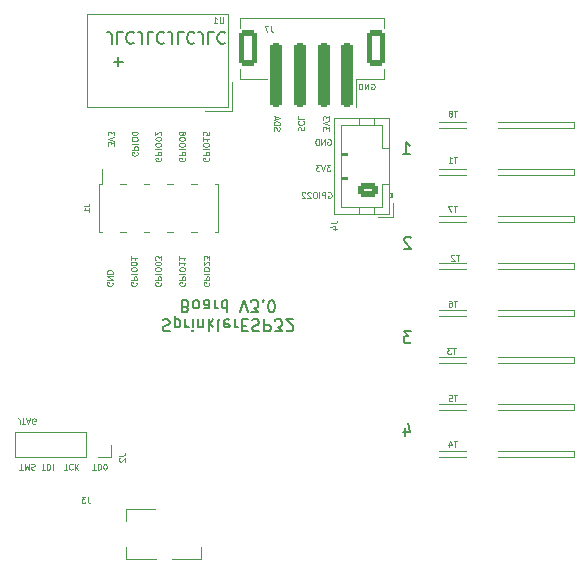
<source format=gbo>
G04 #@! TF.GenerationSoftware,KiCad,Pcbnew,(6.0.10)*
G04 #@! TF.CreationDate,2023-07-07T16:54:03+02:00*
G04 #@! TF.ProjectId,SprinklerBoardESP32V3,53707269-6e6b-46c6-9572-426f61726445,rev?*
G04 #@! TF.SameCoordinates,Original*
G04 #@! TF.FileFunction,Legend,Bot*
G04 #@! TF.FilePolarity,Positive*
%FSLAX46Y46*%
G04 Gerber Fmt 4.6, Leading zero omitted, Abs format (unit mm)*
G04 Created by KiCad (PCBNEW (6.0.10)) date 2023-07-07 16:54:03*
%MOMM*%
%LPD*%
G01*
G04 APERTURE LIST*
G04 Aperture macros list*
%AMRoundRect*
0 Rectangle with rounded corners*
0 $1 Rounding radius*
0 $2 $3 $4 $5 $6 $7 $8 $9 X,Y pos of 4 corners*
0 Add a 4 corners polygon primitive as box body*
4,1,4,$2,$3,$4,$5,$6,$7,$8,$9,$2,$3,0*
0 Add four circle primitives for the rounded corners*
1,1,$1+$1,$2,$3*
1,1,$1+$1,$4,$5*
1,1,$1+$1,$6,$7*
1,1,$1+$1,$8,$9*
0 Add four rect primitives between the rounded corners*
20,1,$1+$1,$2,$3,$4,$5,0*
20,1,$1+$1,$4,$5,$6,$7,0*
20,1,$1+$1,$6,$7,$8,$9,0*
20,1,$1+$1,$8,$9,$2,$3,0*%
G04 Aperture macros list end*
%ADD10C,0.125000*%
%ADD11C,0.150000*%
%ADD12C,0.100000*%
%ADD13C,0.120000*%
%ADD14C,0.800000*%
%ADD15C,6.400000*%
%ADD16O,1.700000X1.700000*%
%ADD17R,1.700000X1.700000*%
%ADD18RoundRect,0.250000X0.250000X2.500000X-0.250000X2.500000X-0.250000X-2.500000X0.250000X-2.500000X0*%
%ADD19RoundRect,0.250000X0.550000X1.250000X-0.550000X1.250000X-0.550000X-1.250000X0.550000X-1.250000X0*%
%ADD20C,1.950000*%
%ADD21C,1.700000*%
%ADD22RoundRect,0.250000X0.625000X-0.350000X0.625000X0.350000X-0.625000X0.350000X-0.625000X-0.350000X0*%
%ADD23O,1.750000X1.200000*%
%ADD24R,1.000000X2.580000*%
%ADD25R,1.500000X2.500000*%
%ADD26O,1.500000X2.500000*%
%ADD27R,1.350000X1.350000*%
%ADD28O,1.350000X1.350000*%
G04 APERTURE END LIST*
D10*
X73316666Y-117923809D02*
X73316666Y-117566666D01*
X73292857Y-117495238D01*
X73245238Y-117447619D01*
X73173809Y-117423809D01*
X73126190Y-117423809D01*
X73483333Y-117923809D02*
X73769047Y-117923809D01*
X73626190Y-117423809D02*
X73626190Y-117923809D01*
X73911904Y-117566666D02*
X74150000Y-117566666D01*
X73864285Y-117423809D02*
X74030952Y-117923809D01*
X74197619Y-117423809D01*
X74626190Y-117900000D02*
X74578571Y-117923809D01*
X74507142Y-117923809D01*
X74435714Y-117900000D01*
X74388095Y-117852380D01*
X74364285Y-117804761D01*
X74340476Y-117709523D01*
X74340476Y-117638095D01*
X74364285Y-117542857D01*
X74388095Y-117495238D01*
X74435714Y-117447619D01*
X74507142Y-117423809D01*
X74554761Y-117423809D01*
X74626190Y-117447619D01*
X74650000Y-117471428D01*
X74650000Y-117638095D01*
X74554761Y-117638095D01*
X79469047Y-121773809D02*
X79754761Y-121773809D01*
X79611904Y-121273809D02*
X79611904Y-121773809D01*
X79921428Y-121273809D02*
X79921428Y-121773809D01*
X80040476Y-121773809D01*
X80111904Y-121750000D01*
X80159523Y-121702380D01*
X80183333Y-121654761D01*
X80207142Y-121559523D01*
X80207142Y-121488095D01*
X80183333Y-121392857D01*
X80159523Y-121345238D01*
X80111904Y-121297619D01*
X80040476Y-121273809D01*
X79921428Y-121273809D01*
X80516666Y-121773809D02*
X80564285Y-121773809D01*
X80611904Y-121750000D01*
X80635714Y-121726190D01*
X80659523Y-121678571D01*
X80683333Y-121583333D01*
X80683333Y-121464285D01*
X80659523Y-121369047D01*
X80635714Y-121321428D01*
X80611904Y-121297619D01*
X80564285Y-121273809D01*
X80516666Y-121273809D01*
X80469047Y-121297619D01*
X80445238Y-121321428D01*
X80421428Y-121369047D01*
X80397619Y-121464285D01*
X80397619Y-121583333D01*
X80421428Y-121678571D01*
X80445238Y-121726190D01*
X80469047Y-121750000D01*
X80516666Y-121773809D01*
X77049998Y-121773809D02*
X77335713Y-121773809D01*
X77192856Y-121273809D02*
X77192856Y-121773809D01*
X77788094Y-121321428D02*
X77764284Y-121297619D01*
X77692856Y-121273809D01*
X77645236Y-121273809D01*
X77573808Y-121297619D01*
X77526189Y-121345238D01*
X77502379Y-121392857D01*
X77478570Y-121488095D01*
X77478570Y-121559523D01*
X77502379Y-121654761D01*
X77526189Y-121702380D01*
X77573808Y-121750000D01*
X77645236Y-121773809D01*
X77692856Y-121773809D01*
X77764284Y-121750000D01*
X77788094Y-121726190D01*
X78002379Y-121273809D02*
X78002379Y-121773809D01*
X78288094Y-121273809D02*
X78073808Y-121559523D01*
X78288094Y-121773809D02*
X78002379Y-121488095D01*
X75178570Y-121773809D02*
X75464284Y-121773809D01*
X75321427Y-121273809D02*
X75321427Y-121773809D01*
X75630951Y-121273809D02*
X75630951Y-121773809D01*
X75749998Y-121773809D01*
X75821427Y-121750000D01*
X75869046Y-121702380D01*
X75892855Y-121654761D01*
X75916665Y-121559523D01*
X75916665Y-121488095D01*
X75892855Y-121392857D01*
X75869046Y-121345238D01*
X75821427Y-121297619D01*
X75749998Y-121273809D01*
X75630951Y-121273809D01*
X76130951Y-121273809D02*
X76130951Y-121773809D01*
X73283333Y-121773809D02*
X73569047Y-121773809D01*
X73426190Y-121273809D02*
X73426190Y-121773809D01*
X73735714Y-121273809D02*
X73735714Y-121773809D01*
X73902380Y-121416666D01*
X74069047Y-121773809D01*
X74069047Y-121273809D01*
X74283333Y-121297619D02*
X74354761Y-121273809D01*
X74473809Y-121273809D01*
X74521428Y-121297619D01*
X74545238Y-121321428D01*
X74569047Y-121369047D01*
X74569047Y-121416666D01*
X74545238Y-121464285D01*
X74521428Y-121488095D01*
X74473809Y-121511904D01*
X74378571Y-121535714D01*
X74330952Y-121559523D01*
X74307142Y-121583333D01*
X74283333Y-121630952D01*
X74283333Y-121678571D01*
X74307142Y-121726190D01*
X74330952Y-121750000D01*
X74378571Y-121773809D01*
X74497619Y-121773809D01*
X74569047Y-121750000D01*
X81150000Y-105926190D02*
X81173809Y-105973809D01*
X81173809Y-106045238D01*
X81150000Y-106116666D01*
X81102380Y-106164285D01*
X81054761Y-106188095D01*
X80959523Y-106211904D01*
X80888095Y-106211904D01*
X80792857Y-106188095D01*
X80745238Y-106164285D01*
X80697619Y-106116666D01*
X80673809Y-106045238D01*
X80673809Y-105997618D01*
X80697619Y-105926190D01*
X80721428Y-105902380D01*
X80888095Y-105902380D01*
X80888095Y-105997618D01*
X80673809Y-105688095D02*
X81173809Y-105688095D01*
X80673809Y-105402380D01*
X81173809Y-105402380D01*
X80673809Y-105164285D02*
X81173809Y-105164285D01*
X81173809Y-105045238D01*
X81150000Y-104973809D01*
X81102380Y-104926190D01*
X81054761Y-104902380D01*
X80959523Y-104878571D01*
X80888095Y-104878571D01*
X80792857Y-104902380D01*
X80745238Y-104926190D01*
X80697619Y-104973809D01*
X80673809Y-105045238D01*
X80673809Y-105164285D01*
X81273809Y-94352380D02*
X81273809Y-94042856D01*
X81083333Y-94209523D01*
X81083333Y-94138094D01*
X81059523Y-94090475D01*
X81035714Y-94066666D01*
X80988095Y-94042856D01*
X80869047Y-94042856D01*
X80821428Y-94066666D01*
X80797619Y-94090475D01*
X80773809Y-94138094D01*
X80773809Y-94280952D01*
X80797619Y-94328571D01*
X80821428Y-94352380D01*
X81273809Y-93899999D02*
X80773809Y-93733333D01*
X81273809Y-93566666D01*
X81273809Y-93447618D02*
X81273809Y-93138094D01*
X81083333Y-93304761D01*
X81083333Y-93233333D01*
X81059523Y-93185713D01*
X81035714Y-93161904D01*
X80988095Y-93138094D01*
X80869047Y-93138094D01*
X80821428Y-93161904D01*
X80797619Y-93185713D01*
X80773809Y-93233333D01*
X80773809Y-93376190D01*
X80797619Y-93423809D01*
X80821428Y-93447618D01*
X83262500Y-94899999D02*
X83286309Y-94947618D01*
X83286309Y-95019046D01*
X83262500Y-95090475D01*
X83214880Y-95138094D01*
X83167261Y-95161904D01*
X83072023Y-95185713D01*
X83000595Y-95185713D01*
X82905357Y-95161904D01*
X82857738Y-95138094D01*
X82810119Y-95090475D01*
X82786309Y-95019046D01*
X82786309Y-94971427D01*
X82810119Y-94899999D01*
X82833928Y-94876189D01*
X83000595Y-94876189D01*
X83000595Y-94971427D01*
X82786309Y-94661904D02*
X83286309Y-94661904D01*
X83286309Y-94471427D01*
X83262500Y-94423808D01*
X83238690Y-94399999D01*
X83191071Y-94376189D01*
X83119642Y-94376189D01*
X83072023Y-94399999D01*
X83048214Y-94423808D01*
X83024404Y-94471427D01*
X83024404Y-94661904D01*
X82786309Y-94161904D02*
X83286309Y-94161904D01*
X83286309Y-93828570D02*
X83286309Y-93733332D01*
X83262500Y-93685713D01*
X83214880Y-93638094D01*
X83119642Y-93614284D01*
X82952976Y-93614284D01*
X82857738Y-93638094D01*
X82810119Y-93685713D01*
X82786309Y-93733332D01*
X82786309Y-93828570D01*
X82810119Y-93876189D01*
X82857738Y-93923808D01*
X82952976Y-93947618D01*
X83119642Y-93947618D01*
X83214880Y-93923808D01*
X83262500Y-93876189D01*
X83286309Y-93828570D01*
X83286309Y-93304761D02*
X83286309Y-93257142D01*
X83262500Y-93209523D01*
X83238690Y-93185713D01*
X83191071Y-93161904D01*
X83095833Y-93138094D01*
X82976785Y-93138094D01*
X82881547Y-93161904D01*
X82833928Y-93185713D01*
X82810119Y-93209523D01*
X82786309Y-93257142D01*
X82786309Y-93304761D01*
X82810119Y-93352380D01*
X82833928Y-93376189D01*
X82881547Y-93399999D01*
X82976785Y-93423808D01*
X83095833Y-93423808D01*
X83191071Y-93399999D01*
X83238690Y-93376189D01*
X83262500Y-93352380D01*
X83286309Y-93304761D01*
X85275000Y-95376190D02*
X85298809Y-95423809D01*
X85298809Y-95495238D01*
X85275000Y-95566666D01*
X85227380Y-95614285D01*
X85179761Y-95638095D01*
X85084523Y-95661904D01*
X85013095Y-95661904D01*
X84917857Y-95638095D01*
X84870238Y-95614285D01*
X84822619Y-95566666D01*
X84798809Y-95495238D01*
X84798809Y-95447619D01*
X84822619Y-95376190D01*
X84846428Y-95352380D01*
X85013095Y-95352380D01*
X85013095Y-95447619D01*
X84798809Y-95138095D02*
X85298809Y-95138095D01*
X85298809Y-94947619D01*
X85275000Y-94900000D01*
X85251190Y-94876190D01*
X85203571Y-94852380D01*
X85132142Y-94852380D01*
X85084523Y-94876190D01*
X85060714Y-94900000D01*
X85036904Y-94947619D01*
X85036904Y-95138095D01*
X84798809Y-94638095D02*
X85298809Y-94638095D01*
X85298809Y-94304761D02*
X85298809Y-94209523D01*
X85275000Y-94161904D01*
X85227380Y-94114285D01*
X85132142Y-94090476D01*
X84965476Y-94090476D01*
X84870238Y-94114285D01*
X84822619Y-94161904D01*
X84798809Y-94209523D01*
X84798809Y-94304761D01*
X84822619Y-94352380D01*
X84870238Y-94400000D01*
X84965476Y-94423809D01*
X85132142Y-94423809D01*
X85227380Y-94400000D01*
X85275000Y-94352380D01*
X85298809Y-94304761D01*
X85298809Y-93780952D02*
X85298809Y-93733333D01*
X85275000Y-93685714D01*
X85251190Y-93661904D01*
X85203571Y-93638095D01*
X85108333Y-93614285D01*
X84989285Y-93614285D01*
X84894047Y-93638095D01*
X84846428Y-93661904D01*
X84822619Y-93685714D01*
X84798809Y-93733333D01*
X84798809Y-93780952D01*
X84822619Y-93828571D01*
X84846428Y-93852380D01*
X84894047Y-93876190D01*
X84989285Y-93900000D01*
X85108333Y-93900000D01*
X85203571Y-93876190D01*
X85251190Y-93852380D01*
X85275000Y-93828571D01*
X85298809Y-93780952D01*
X85251190Y-93423809D02*
X85275000Y-93400000D01*
X85298809Y-93352380D01*
X85298809Y-93233333D01*
X85275000Y-93185714D01*
X85251190Y-93161904D01*
X85203571Y-93138095D01*
X85155952Y-93138095D01*
X85084523Y-93161904D01*
X84798809Y-93447619D01*
X84798809Y-93138095D01*
X87287500Y-95376190D02*
X87311309Y-95423809D01*
X87311309Y-95495238D01*
X87287500Y-95566666D01*
X87239880Y-95614285D01*
X87192261Y-95638095D01*
X87097023Y-95661904D01*
X87025595Y-95661904D01*
X86930357Y-95638095D01*
X86882738Y-95614285D01*
X86835119Y-95566666D01*
X86811309Y-95495238D01*
X86811309Y-95447619D01*
X86835119Y-95376190D01*
X86858928Y-95352380D01*
X87025595Y-95352380D01*
X87025595Y-95447619D01*
X86811309Y-95138095D02*
X87311309Y-95138095D01*
X87311309Y-94947619D01*
X87287500Y-94900000D01*
X87263690Y-94876190D01*
X87216071Y-94852380D01*
X87144642Y-94852380D01*
X87097023Y-94876190D01*
X87073214Y-94900000D01*
X87049404Y-94947619D01*
X87049404Y-95138095D01*
X86811309Y-94638095D02*
X87311309Y-94638095D01*
X87311309Y-94304761D02*
X87311309Y-94209523D01*
X87287500Y-94161904D01*
X87239880Y-94114285D01*
X87144642Y-94090476D01*
X86977976Y-94090476D01*
X86882738Y-94114285D01*
X86835119Y-94161904D01*
X86811309Y-94209523D01*
X86811309Y-94304761D01*
X86835119Y-94352380D01*
X86882738Y-94400000D01*
X86977976Y-94423809D01*
X87144642Y-94423809D01*
X87239880Y-94400000D01*
X87287500Y-94352380D01*
X87311309Y-94304761D01*
X87311309Y-93780952D02*
X87311309Y-93733333D01*
X87287500Y-93685714D01*
X87263690Y-93661904D01*
X87216071Y-93638095D01*
X87120833Y-93614285D01*
X87001785Y-93614285D01*
X86906547Y-93638095D01*
X86858928Y-93661904D01*
X86835119Y-93685714D01*
X86811309Y-93733333D01*
X86811309Y-93780952D01*
X86835119Y-93828571D01*
X86858928Y-93852380D01*
X86906547Y-93876190D01*
X87001785Y-93900000D01*
X87120833Y-93900000D01*
X87216071Y-93876190D01*
X87263690Y-93852380D01*
X87287500Y-93828571D01*
X87311309Y-93780952D01*
X87097023Y-93328571D02*
X87120833Y-93376190D01*
X87144642Y-93400000D01*
X87192261Y-93423809D01*
X87216071Y-93423809D01*
X87263690Y-93400000D01*
X87287500Y-93376190D01*
X87311309Y-93328571D01*
X87311309Y-93233333D01*
X87287500Y-93185714D01*
X87263690Y-93161904D01*
X87216071Y-93138095D01*
X87192261Y-93138095D01*
X87144642Y-93161904D01*
X87120833Y-93185714D01*
X87097023Y-93233333D01*
X87097023Y-93328571D01*
X87073214Y-93376190D01*
X87049404Y-93400000D01*
X87001785Y-93423809D01*
X86906547Y-93423809D01*
X86858928Y-93400000D01*
X86835119Y-93376190D01*
X86811309Y-93328571D01*
X86811309Y-93233333D01*
X86835119Y-93185714D01*
X86858928Y-93161904D01*
X86906547Y-93138095D01*
X87001785Y-93138095D01*
X87049404Y-93161904D01*
X87073214Y-93185714D01*
X87097023Y-93233333D01*
X89300000Y-95376190D02*
X89323809Y-95423809D01*
X89323809Y-95495238D01*
X89300000Y-95566666D01*
X89252380Y-95614285D01*
X89204761Y-95638095D01*
X89109523Y-95661904D01*
X89038095Y-95661904D01*
X88942857Y-95638095D01*
X88895238Y-95614285D01*
X88847619Y-95566666D01*
X88823809Y-95495238D01*
X88823809Y-95447619D01*
X88847619Y-95376190D01*
X88871428Y-95352380D01*
X89038095Y-95352380D01*
X89038095Y-95447619D01*
X88823809Y-95138095D02*
X89323809Y-95138095D01*
X89323809Y-94947619D01*
X89300000Y-94900000D01*
X89276190Y-94876190D01*
X89228571Y-94852380D01*
X89157142Y-94852380D01*
X89109523Y-94876190D01*
X89085714Y-94900000D01*
X89061904Y-94947619D01*
X89061904Y-95138095D01*
X88823809Y-94638095D02*
X89323809Y-94638095D01*
X89323809Y-94304761D02*
X89323809Y-94209523D01*
X89300000Y-94161904D01*
X89252380Y-94114285D01*
X89157142Y-94090476D01*
X88990476Y-94090476D01*
X88895238Y-94114285D01*
X88847619Y-94161904D01*
X88823809Y-94209523D01*
X88823809Y-94304761D01*
X88847619Y-94352380D01*
X88895238Y-94400000D01*
X88990476Y-94423809D01*
X89157142Y-94423809D01*
X89252380Y-94400000D01*
X89300000Y-94352380D01*
X89323809Y-94304761D01*
X88823809Y-93614285D02*
X88823809Y-93900000D01*
X88823809Y-93757142D02*
X89323809Y-93757142D01*
X89252380Y-93804761D01*
X89204761Y-93852380D01*
X89180952Y-93900000D01*
X89323809Y-93161904D02*
X89323809Y-93400000D01*
X89085714Y-93423809D01*
X89109523Y-93400000D01*
X89133333Y-93352380D01*
X89133333Y-93233333D01*
X89109523Y-93185714D01*
X89085714Y-93161904D01*
X89038095Y-93138095D01*
X88919047Y-93138095D01*
X88871428Y-93161904D01*
X88847619Y-93185714D01*
X88823809Y-93233333D01*
X88823809Y-93352380D01*
X88847619Y-93400000D01*
X88871428Y-93423809D01*
X89350000Y-105926190D02*
X89373809Y-105973809D01*
X89373809Y-106045238D01*
X89350000Y-106116666D01*
X89302380Y-106164285D01*
X89254761Y-106188095D01*
X89159523Y-106211904D01*
X89088095Y-106211904D01*
X88992857Y-106188095D01*
X88945238Y-106164285D01*
X88897619Y-106116666D01*
X88873809Y-106045238D01*
X88873809Y-105997619D01*
X88897619Y-105926190D01*
X88921428Y-105902380D01*
X89088095Y-105902380D01*
X89088095Y-105997619D01*
X88873809Y-105688095D02*
X89373809Y-105688095D01*
X89373809Y-105497619D01*
X89350000Y-105450000D01*
X89326190Y-105426190D01*
X89278571Y-105402380D01*
X89207142Y-105402380D01*
X89159523Y-105426190D01*
X89135714Y-105450000D01*
X89111904Y-105497619D01*
X89111904Y-105688095D01*
X88873809Y-105188095D02*
X89373809Y-105188095D01*
X89373809Y-104854761D02*
X89373809Y-104759523D01*
X89350000Y-104711904D01*
X89302380Y-104664285D01*
X89207142Y-104640476D01*
X89040476Y-104640476D01*
X88945238Y-104664285D01*
X88897619Y-104711904D01*
X88873809Y-104759523D01*
X88873809Y-104854761D01*
X88897619Y-104902380D01*
X88945238Y-104950000D01*
X89040476Y-104973809D01*
X89207142Y-104973809D01*
X89302380Y-104950000D01*
X89350000Y-104902380D01*
X89373809Y-104854761D01*
X89326190Y-104450000D02*
X89350000Y-104426190D01*
X89373809Y-104378571D01*
X89373809Y-104259523D01*
X89350000Y-104211904D01*
X89326190Y-104188095D01*
X89278571Y-104164285D01*
X89230952Y-104164285D01*
X89159523Y-104188095D01*
X88873809Y-104473809D01*
X88873809Y-104164285D01*
X89373809Y-103997619D02*
X89373809Y-103688095D01*
X89183333Y-103854761D01*
X89183333Y-103783333D01*
X89159523Y-103735714D01*
X89135714Y-103711904D01*
X89088095Y-103688095D01*
X88969047Y-103688095D01*
X88921428Y-103711904D01*
X88897619Y-103735714D01*
X88873809Y-103783333D01*
X88873809Y-103926190D01*
X88897619Y-103973809D01*
X88921428Y-103997619D01*
X87300000Y-105926190D02*
X87323809Y-105973809D01*
X87323809Y-106045238D01*
X87300000Y-106116666D01*
X87252380Y-106164285D01*
X87204761Y-106188095D01*
X87109523Y-106211904D01*
X87038095Y-106211904D01*
X86942857Y-106188095D01*
X86895238Y-106164285D01*
X86847619Y-106116666D01*
X86823809Y-106045238D01*
X86823809Y-105997619D01*
X86847619Y-105926190D01*
X86871428Y-105902380D01*
X87038095Y-105902380D01*
X87038095Y-105997619D01*
X86823809Y-105688095D02*
X87323809Y-105688095D01*
X87323809Y-105497619D01*
X87300000Y-105450000D01*
X87276190Y-105426190D01*
X87228571Y-105402380D01*
X87157142Y-105402380D01*
X87109523Y-105426190D01*
X87085714Y-105450000D01*
X87061904Y-105497619D01*
X87061904Y-105688095D01*
X86823809Y-105188095D02*
X87323809Y-105188095D01*
X87323809Y-104854761D02*
X87323809Y-104759523D01*
X87300000Y-104711904D01*
X87252380Y-104664285D01*
X87157142Y-104640476D01*
X86990476Y-104640476D01*
X86895238Y-104664285D01*
X86847619Y-104711904D01*
X86823809Y-104759523D01*
X86823809Y-104854761D01*
X86847619Y-104902380D01*
X86895238Y-104950000D01*
X86990476Y-104973809D01*
X87157142Y-104973809D01*
X87252380Y-104950000D01*
X87300000Y-104902380D01*
X87323809Y-104854761D01*
X86823809Y-104164285D02*
X86823809Y-104450000D01*
X86823809Y-104307142D02*
X87323809Y-104307142D01*
X87252380Y-104354761D01*
X87204761Y-104402380D01*
X87180952Y-104450000D01*
X86823809Y-103688095D02*
X86823809Y-103973809D01*
X86823809Y-103830952D02*
X87323809Y-103830952D01*
X87252380Y-103878571D01*
X87204761Y-103926190D01*
X87180952Y-103973809D01*
X85250000Y-105926190D02*
X85273809Y-105973809D01*
X85273809Y-106045238D01*
X85250000Y-106116666D01*
X85202380Y-106164285D01*
X85154761Y-106188095D01*
X85059523Y-106211904D01*
X84988095Y-106211904D01*
X84892857Y-106188095D01*
X84845238Y-106164285D01*
X84797619Y-106116666D01*
X84773809Y-106045238D01*
X84773809Y-105997619D01*
X84797619Y-105926190D01*
X84821428Y-105902380D01*
X84988095Y-105902380D01*
X84988095Y-105997619D01*
X84773809Y-105688095D02*
X85273809Y-105688095D01*
X85273809Y-105497619D01*
X85250000Y-105450000D01*
X85226190Y-105426190D01*
X85178571Y-105402380D01*
X85107142Y-105402380D01*
X85059523Y-105426190D01*
X85035714Y-105450000D01*
X85011904Y-105497619D01*
X85011904Y-105688095D01*
X84773809Y-105188095D02*
X85273809Y-105188095D01*
X85273809Y-104854761D02*
X85273809Y-104759523D01*
X85250000Y-104711904D01*
X85202380Y-104664285D01*
X85107142Y-104640476D01*
X84940476Y-104640476D01*
X84845238Y-104664285D01*
X84797619Y-104711904D01*
X84773809Y-104759523D01*
X84773809Y-104854761D01*
X84797619Y-104902380D01*
X84845238Y-104950000D01*
X84940476Y-104973809D01*
X85107142Y-104973809D01*
X85202380Y-104950000D01*
X85250000Y-104902380D01*
X85273809Y-104854761D01*
X85273809Y-104330952D02*
X85273809Y-104283333D01*
X85250000Y-104235714D01*
X85226190Y-104211904D01*
X85178571Y-104188095D01*
X85083333Y-104164285D01*
X84964285Y-104164285D01*
X84869047Y-104188095D01*
X84821428Y-104211904D01*
X84797619Y-104235714D01*
X84773809Y-104283333D01*
X84773809Y-104330952D01*
X84797619Y-104378571D01*
X84821428Y-104402380D01*
X84869047Y-104426190D01*
X84964285Y-104450000D01*
X85083333Y-104450000D01*
X85178571Y-104426190D01*
X85226190Y-104402380D01*
X85250000Y-104378571D01*
X85273809Y-104330952D01*
X85273809Y-103997619D02*
X85273809Y-103688095D01*
X85083333Y-103854761D01*
X85083333Y-103783333D01*
X85059523Y-103735714D01*
X85035714Y-103711904D01*
X84988095Y-103688095D01*
X84869047Y-103688095D01*
X84821428Y-103711904D01*
X84797619Y-103735714D01*
X84773809Y-103783333D01*
X84773809Y-103926190D01*
X84797619Y-103973809D01*
X84821428Y-103997619D01*
X83200000Y-105926190D02*
X83223809Y-105973809D01*
X83223809Y-106045238D01*
X83200000Y-106116666D01*
X83152380Y-106164285D01*
X83104761Y-106188095D01*
X83009523Y-106211904D01*
X82938095Y-106211904D01*
X82842857Y-106188095D01*
X82795238Y-106164285D01*
X82747619Y-106116666D01*
X82723809Y-106045238D01*
X82723809Y-105997619D01*
X82747619Y-105926190D01*
X82771428Y-105902380D01*
X82938095Y-105902380D01*
X82938095Y-105997619D01*
X82723809Y-105688095D02*
X83223809Y-105688095D01*
X83223809Y-105497619D01*
X83200000Y-105450000D01*
X83176190Y-105426190D01*
X83128571Y-105402380D01*
X83057142Y-105402380D01*
X83009523Y-105426190D01*
X82985714Y-105450000D01*
X82961904Y-105497619D01*
X82961904Y-105688095D01*
X82723809Y-105188095D02*
X83223809Y-105188095D01*
X83223809Y-104854761D02*
X83223809Y-104759523D01*
X83200000Y-104711904D01*
X83152380Y-104664285D01*
X83057142Y-104640476D01*
X82890476Y-104640476D01*
X82795238Y-104664285D01*
X82747619Y-104711904D01*
X82723809Y-104759523D01*
X82723809Y-104854761D01*
X82747619Y-104902380D01*
X82795238Y-104950000D01*
X82890476Y-104973809D01*
X83057142Y-104973809D01*
X83152380Y-104950000D01*
X83200000Y-104902380D01*
X83223809Y-104854761D01*
X83223809Y-104330952D02*
X83223809Y-104283333D01*
X83200000Y-104235714D01*
X83176190Y-104211904D01*
X83128571Y-104188095D01*
X83033333Y-104164285D01*
X82914285Y-104164285D01*
X82819047Y-104188095D01*
X82771428Y-104211904D01*
X82747619Y-104235714D01*
X82723809Y-104283333D01*
X82723809Y-104330952D01*
X82747619Y-104378571D01*
X82771428Y-104402380D01*
X82819047Y-104426190D01*
X82914285Y-104450000D01*
X83033333Y-104450000D01*
X83128571Y-104426190D01*
X83176190Y-104402380D01*
X83200000Y-104378571D01*
X83223809Y-104330952D01*
X82723809Y-103688095D02*
X82723809Y-103973809D01*
X82723809Y-103830952D02*
X83223809Y-103830952D01*
X83152380Y-103878571D01*
X83104761Y-103926190D01*
X83080952Y-103973809D01*
X99426190Y-98300000D02*
X99473809Y-98276190D01*
X99545238Y-98276190D01*
X99616666Y-98300000D01*
X99664285Y-98347619D01*
X99688095Y-98395238D01*
X99711904Y-98490476D01*
X99711904Y-98561904D01*
X99688095Y-98657142D01*
X99664285Y-98704761D01*
X99616666Y-98752380D01*
X99545238Y-98776190D01*
X99497619Y-98776190D01*
X99426190Y-98752380D01*
X99402380Y-98728571D01*
X99402380Y-98561904D01*
X99497619Y-98561904D01*
X99188095Y-98776190D02*
X99188095Y-98276190D01*
X98997619Y-98276190D01*
X98950000Y-98300000D01*
X98926190Y-98323809D01*
X98902380Y-98371428D01*
X98902380Y-98442857D01*
X98926190Y-98490476D01*
X98950000Y-98514285D01*
X98997619Y-98538095D01*
X99188095Y-98538095D01*
X98688095Y-98776190D02*
X98688095Y-98276190D01*
X98354761Y-98276190D02*
X98259523Y-98276190D01*
X98211904Y-98300000D01*
X98164285Y-98347619D01*
X98140476Y-98442857D01*
X98140476Y-98609523D01*
X98164285Y-98704761D01*
X98211904Y-98752380D01*
X98259523Y-98776190D01*
X98354761Y-98776190D01*
X98402380Y-98752380D01*
X98450000Y-98704761D01*
X98473809Y-98609523D01*
X98473809Y-98442857D01*
X98450000Y-98347619D01*
X98402380Y-98300000D01*
X98354761Y-98276190D01*
X97950000Y-98323809D02*
X97926190Y-98300000D01*
X97878571Y-98276190D01*
X97759523Y-98276190D01*
X97711904Y-98300000D01*
X97688095Y-98323809D01*
X97664285Y-98371428D01*
X97664285Y-98419047D01*
X97688095Y-98490476D01*
X97973809Y-98776190D01*
X97664285Y-98776190D01*
X97473809Y-98323809D02*
X97450000Y-98300000D01*
X97402380Y-98276190D01*
X97283333Y-98276190D01*
X97235714Y-98300000D01*
X97211904Y-98323809D01*
X97188095Y-98371428D01*
X97188095Y-98419047D01*
X97211904Y-98490476D01*
X97497619Y-98776190D01*
X97188095Y-98776190D01*
X99380952Y-93800000D02*
X99428571Y-93776190D01*
X99500000Y-93776190D01*
X99571428Y-93800000D01*
X99619047Y-93847619D01*
X99642857Y-93895238D01*
X99666666Y-93990476D01*
X99666666Y-94061904D01*
X99642857Y-94157142D01*
X99619047Y-94204761D01*
X99571428Y-94252380D01*
X99500000Y-94276190D01*
X99452380Y-94276190D01*
X99380952Y-94252380D01*
X99357142Y-94228571D01*
X99357142Y-94061904D01*
X99452380Y-94061904D01*
X99142857Y-94276190D02*
X99142857Y-93776190D01*
X98857142Y-94276190D01*
X98857142Y-93776190D01*
X98619047Y-94276190D02*
X98619047Y-93776190D01*
X98500000Y-93776190D01*
X98428571Y-93800000D01*
X98380952Y-93847619D01*
X98357142Y-93895238D01*
X98333333Y-93990476D01*
X98333333Y-94061904D01*
X98357142Y-94157142D01*
X98380952Y-94204761D01*
X98428571Y-94252380D01*
X98500000Y-94276190D01*
X98619047Y-94276190D01*
X99619047Y-95976190D02*
X99309523Y-95976190D01*
X99476190Y-96166666D01*
X99404761Y-96166666D01*
X99357142Y-96190476D01*
X99333333Y-96214285D01*
X99309523Y-96261904D01*
X99309523Y-96380952D01*
X99333333Y-96428571D01*
X99357142Y-96452380D01*
X99404761Y-96476190D01*
X99547619Y-96476190D01*
X99595238Y-96452380D01*
X99619047Y-96428571D01*
X99166666Y-95976190D02*
X99000000Y-96476190D01*
X98833333Y-95976190D01*
X98714285Y-95976190D02*
X98404761Y-95976190D01*
X98571428Y-96166666D01*
X98500000Y-96166666D01*
X98452380Y-96190476D01*
X98428571Y-96214285D01*
X98404761Y-96261904D01*
X98404761Y-96380952D01*
X98428571Y-96428571D01*
X98452380Y-96452380D01*
X98500000Y-96476190D01*
X98642857Y-96476190D01*
X98690476Y-96452380D01*
X98714285Y-96428571D01*
X103080952Y-89100000D02*
X103128571Y-89076190D01*
X103200000Y-89076190D01*
X103271428Y-89100000D01*
X103319047Y-89147619D01*
X103342857Y-89195238D01*
X103366666Y-89290476D01*
X103366666Y-89361904D01*
X103342857Y-89457142D01*
X103319047Y-89504761D01*
X103271428Y-89552380D01*
X103200000Y-89576190D01*
X103152380Y-89576190D01*
X103080952Y-89552380D01*
X103057142Y-89528571D01*
X103057142Y-89361904D01*
X103152380Y-89361904D01*
X102842857Y-89576190D02*
X102842857Y-89076190D01*
X102557142Y-89576190D01*
X102557142Y-89076190D01*
X102319047Y-89576190D02*
X102319047Y-89076190D01*
X102200000Y-89076190D01*
X102128571Y-89100000D01*
X102080952Y-89147619D01*
X102057142Y-89195238D01*
X102033333Y-89290476D01*
X102033333Y-89361904D01*
X102057142Y-89457142D01*
X102080952Y-89504761D01*
X102128571Y-89552380D01*
X102200000Y-89576190D01*
X102319047Y-89576190D01*
X99473809Y-93069047D02*
X99473809Y-92759523D01*
X99283333Y-92926190D01*
X99283333Y-92854761D01*
X99259523Y-92807142D01*
X99235714Y-92783333D01*
X99188095Y-92759523D01*
X99069047Y-92759523D01*
X99021428Y-92783333D01*
X98997619Y-92807142D01*
X98973809Y-92854761D01*
X98973809Y-92997619D01*
X98997619Y-93045238D01*
X99021428Y-93069047D01*
X99473809Y-92616666D02*
X98973809Y-92450000D01*
X99473809Y-92283333D01*
X99473809Y-92164285D02*
X99473809Y-91854761D01*
X99283333Y-92021428D01*
X99283333Y-91950000D01*
X99259523Y-91902380D01*
X99235714Y-91878571D01*
X99188095Y-91854761D01*
X99069047Y-91854761D01*
X99021428Y-91878571D01*
X98997619Y-91902380D01*
X98973809Y-91950000D01*
X98973809Y-92092857D01*
X98997619Y-92140476D01*
X99021428Y-92164285D01*
X96897619Y-93045238D02*
X96873809Y-92973809D01*
X96873809Y-92854761D01*
X96897619Y-92807142D01*
X96921428Y-92783333D01*
X96969047Y-92759523D01*
X97016666Y-92759523D01*
X97064285Y-92783333D01*
X97088095Y-92807142D01*
X97111904Y-92854761D01*
X97135714Y-92950000D01*
X97159523Y-92997619D01*
X97183333Y-93021428D01*
X97230952Y-93045238D01*
X97278571Y-93045238D01*
X97326190Y-93021428D01*
X97350000Y-92997619D01*
X97373809Y-92950000D01*
X97373809Y-92830952D01*
X97350000Y-92759523D01*
X96921428Y-92259523D02*
X96897619Y-92283333D01*
X96873809Y-92354761D01*
X96873809Y-92402380D01*
X96897619Y-92473809D01*
X96945238Y-92521428D01*
X96992857Y-92545238D01*
X97088095Y-92569047D01*
X97159523Y-92569047D01*
X97254761Y-92545238D01*
X97302380Y-92521428D01*
X97350000Y-92473809D01*
X97373809Y-92402380D01*
X97373809Y-92354761D01*
X97350000Y-92283333D01*
X97326190Y-92259523D01*
X96873809Y-91807142D02*
X96873809Y-92045238D01*
X97373809Y-92045238D01*
X94847619Y-93057142D02*
X94823809Y-92985714D01*
X94823809Y-92866666D01*
X94847619Y-92819047D01*
X94871428Y-92795238D01*
X94919047Y-92771428D01*
X94966666Y-92771428D01*
X95014285Y-92795238D01*
X95038095Y-92819047D01*
X95061904Y-92866666D01*
X95085714Y-92961904D01*
X95109523Y-93009523D01*
X95133333Y-93033333D01*
X95180952Y-93057142D01*
X95228571Y-93057142D01*
X95276190Y-93033333D01*
X95300000Y-93009523D01*
X95323809Y-92961904D01*
X95323809Y-92842857D01*
X95300000Y-92771428D01*
X94823809Y-92557142D02*
X95323809Y-92557142D01*
X95323809Y-92438095D01*
X95300000Y-92366666D01*
X95252380Y-92319047D01*
X95204761Y-92295238D01*
X95109523Y-92271428D01*
X95038095Y-92271428D01*
X94942857Y-92295238D01*
X94895238Y-92319047D01*
X94847619Y-92366666D01*
X94823809Y-92438095D01*
X94823809Y-92557142D01*
X94966666Y-92080952D02*
X94966666Y-91842857D01*
X94823809Y-92128571D02*
X95323809Y-91961904D01*
X94823809Y-91795238D01*
D11*
X106435714Y-102147619D02*
X106388095Y-102100000D01*
X106292857Y-102052380D01*
X106054761Y-102052380D01*
X105959523Y-102100000D01*
X105911904Y-102147619D01*
X105864285Y-102242857D01*
X105864285Y-102338095D01*
X105911904Y-102480952D01*
X106483333Y-103052380D01*
X105864285Y-103052380D01*
X106433333Y-110052380D02*
X105814285Y-110052380D01*
X106147619Y-110433333D01*
X106004761Y-110433333D01*
X105909523Y-110480952D01*
X105861904Y-110528571D01*
X105814285Y-110623809D01*
X105814285Y-110861904D01*
X105861904Y-110957142D01*
X105909523Y-111004761D01*
X106004761Y-111052380D01*
X106290476Y-111052380D01*
X106385714Y-111004761D01*
X106433333Y-110957142D01*
X105764285Y-95052380D02*
X106335714Y-95052380D01*
X106050000Y-95052380D02*
X106050000Y-94052380D01*
X106145238Y-94195238D01*
X106240476Y-94290476D01*
X106335714Y-94338095D01*
X85426190Y-109100238D02*
X85569047Y-109052619D01*
X85807142Y-109052619D01*
X85902380Y-109100238D01*
X85950000Y-109147857D01*
X85997619Y-109243095D01*
X85997619Y-109338333D01*
X85950000Y-109433571D01*
X85902380Y-109481190D01*
X85807142Y-109528809D01*
X85616666Y-109576428D01*
X85521428Y-109624047D01*
X85473809Y-109671666D01*
X85426190Y-109766904D01*
X85426190Y-109862142D01*
X85473809Y-109957380D01*
X85521428Y-110005000D01*
X85616666Y-110052619D01*
X85854761Y-110052619D01*
X85997619Y-110005000D01*
X86426190Y-109719285D02*
X86426190Y-108719285D01*
X86426190Y-109671666D02*
X86521428Y-109719285D01*
X86711904Y-109719285D01*
X86807142Y-109671666D01*
X86854761Y-109624047D01*
X86902380Y-109528809D01*
X86902380Y-109243095D01*
X86854761Y-109147857D01*
X86807142Y-109100238D01*
X86711904Y-109052619D01*
X86521428Y-109052619D01*
X86426190Y-109100238D01*
X87330952Y-109052619D02*
X87330952Y-109719285D01*
X87330952Y-109528809D02*
X87378571Y-109624047D01*
X87426190Y-109671666D01*
X87521428Y-109719285D01*
X87616666Y-109719285D01*
X87950000Y-109052619D02*
X87950000Y-109719285D01*
X87950000Y-110052619D02*
X87902380Y-110005000D01*
X87950000Y-109957380D01*
X87997619Y-110005000D01*
X87950000Y-110052619D01*
X87950000Y-109957380D01*
X88426190Y-109719285D02*
X88426190Y-109052619D01*
X88426190Y-109624047D02*
X88473809Y-109671666D01*
X88569047Y-109719285D01*
X88711904Y-109719285D01*
X88807142Y-109671666D01*
X88854761Y-109576428D01*
X88854761Y-109052619D01*
X89330952Y-109052619D02*
X89330952Y-110052619D01*
X89426190Y-109433571D02*
X89711904Y-109052619D01*
X89711904Y-109719285D02*
X89330952Y-109338333D01*
X90283333Y-109052619D02*
X90188095Y-109100238D01*
X90140476Y-109195476D01*
X90140476Y-110052619D01*
X91045238Y-109100238D02*
X90950000Y-109052619D01*
X90759523Y-109052619D01*
X90664285Y-109100238D01*
X90616666Y-109195476D01*
X90616666Y-109576428D01*
X90664285Y-109671666D01*
X90759523Y-109719285D01*
X90950000Y-109719285D01*
X91045238Y-109671666D01*
X91092857Y-109576428D01*
X91092857Y-109481190D01*
X90616666Y-109385952D01*
X91521428Y-109052619D02*
X91521428Y-109719285D01*
X91521428Y-109528809D02*
X91569047Y-109624047D01*
X91616666Y-109671666D01*
X91711904Y-109719285D01*
X91807142Y-109719285D01*
X92140476Y-109576428D02*
X92473809Y-109576428D01*
X92616666Y-109052619D02*
X92140476Y-109052619D01*
X92140476Y-110052619D01*
X92616666Y-110052619D01*
X92997619Y-109100238D02*
X93140476Y-109052619D01*
X93378571Y-109052619D01*
X93473809Y-109100238D01*
X93521428Y-109147857D01*
X93569047Y-109243095D01*
X93569047Y-109338333D01*
X93521428Y-109433571D01*
X93473809Y-109481190D01*
X93378571Y-109528809D01*
X93188095Y-109576428D01*
X93092857Y-109624047D01*
X93045238Y-109671666D01*
X92997619Y-109766904D01*
X92997619Y-109862142D01*
X93045238Y-109957380D01*
X93092857Y-110005000D01*
X93188095Y-110052619D01*
X93426190Y-110052619D01*
X93569047Y-110005000D01*
X93997619Y-109052619D02*
X93997619Y-110052619D01*
X94378571Y-110052619D01*
X94473809Y-110005000D01*
X94521428Y-109957380D01*
X94569047Y-109862142D01*
X94569047Y-109719285D01*
X94521428Y-109624047D01*
X94473809Y-109576428D01*
X94378571Y-109528809D01*
X93997619Y-109528809D01*
X94902380Y-110052619D02*
X95521428Y-110052619D01*
X95188095Y-109671666D01*
X95330952Y-109671666D01*
X95426190Y-109624047D01*
X95473809Y-109576428D01*
X95521428Y-109481190D01*
X95521428Y-109243095D01*
X95473809Y-109147857D01*
X95426190Y-109100238D01*
X95330952Y-109052619D01*
X95045238Y-109052619D01*
X94950000Y-109100238D01*
X94902380Y-109147857D01*
X95902380Y-109957380D02*
X95950000Y-110005000D01*
X96045238Y-110052619D01*
X96283333Y-110052619D01*
X96378571Y-110005000D01*
X96426190Y-109957380D01*
X96473809Y-109862142D01*
X96473809Y-109766904D01*
X96426190Y-109624047D01*
X95854761Y-109052619D01*
X96473809Y-109052619D01*
X87354761Y-107966428D02*
X87497619Y-107918809D01*
X87545238Y-107871190D01*
X87592857Y-107775952D01*
X87592857Y-107633095D01*
X87545238Y-107537857D01*
X87497619Y-107490238D01*
X87402380Y-107442619D01*
X87021428Y-107442619D01*
X87021428Y-108442619D01*
X87354761Y-108442619D01*
X87450000Y-108395000D01*
X87497619Y-108347380D01*
X87545238Y-108252142D01*
X87545238Y-108156904D01*
X87497619Y-108061666D01*
X87450000Y-108014047D01*
X87354761Y-107966428D01*
X87021428Y-107966428D01*
X88164285Y-107442619D02*
X88069047Y-107490238D01*
X88021428Y-107537857D01*
X87973809Y-107633095D01*
X87973809Y-107918809D01*
X88021428Y-108014047D01*
X88069047Y-108061666D01*
X88164285Y-108109285D01*
X88307142Y-108109285D01*
X88402380Y-108061666D01*
X88450000Y-108014047D01*
X88497619Y-107918809D01*
X88497619Y-107633095D01*
X88450000Y-107537857D01*
X88402380Y-107490238D01*
X88307142Y-107442619D01*
X88164285Y-107442619D01*
X89354761Y-107442619D02*
X89354761Y-107966428D01*
X89307142Y-108061666D01*
X89211904Y-108109285D01*
X89021428Y-108109285D01*
X88926190Y-108061666D01*
X89354761Y-107490238D02*
X89259523Y-107442619D01*
X89021428Y-107442619D01*
X88926190Y-107490238D01*
X88878571Y-107585476D01*
X88878571Y-107680714D01*
X88926190Y-107775952D01*
X89021428Y-107823571D01*
X89259523Y-107823571D01*
X89354761Y-107871190D01*
X89830952Y-107442619D02*
X89830952Y-108109285D01*
X89830952Y-107918809D02*
X89878571Y-108014047D01*
X89926190Y-108061666D01*
X90021428Y-108109285D01*
X90116666Y-108109285D01*
X90878571Y-107442619D02*
X90878571Y-108442619D01*
X90878571Y-107490238D02*
X90783333Y-107442619D01*
X90592857Y-107442619D01*
X90497619Y-107490238D01*
X90450000Y-107537857D01*
X90402380Y-107633095D01*
X90402380Y-107918809D01*
X90450000Y-108014047D01*
X90497619Y-108061666D01*
X90592857Y-108109285D01*
X90783333Y-108109285D01*
X90878571Y-108061666D01*
X91973809Y-108442619D02*
X92307142Y-107442619D01*
X92640476Y-108442619D01*
X92878571Y-108442619D02*
X93497619Y-108442619D01*
X93164285Y-108061666D01*
X93307142Y-108061666D01*
X93402380Y-108014047D01*
X93450000Y-107966428D01*
X93497619Y-107871190D01*
X93497619Y-107633095D01*
X93450000Y-107537857D01*
X93402380Y-107490238D01*
X93307142Y-107442619D01*
X93021428Y-107442619D01*
X92926190Y-107490238D01*
X92878571Y-107537857D01*
X93926190Y-107537857D02*
X93973809Y-107490238D01*
X93926190Y-107442619D01*
X93878571Y-107490238D01*
X93926190Y-107537857D01*
X93926190Y-107442619D01*
X94592857Y-108442619D02*
X94688095Y-108442619D01*
X94783333Y-108395000D01*
X94830952Y-108347380D01*
X94878571Y-108252142D01*
X94926190Y-108061666D01*
X94926190Y-107823571D01*
X94878571Y-107633095D01*
X94830952Y-107537857D01*
X94783333Y-107490238D01*
X94688095Y-107442619D01*
X94592857Y-107442619D01*
X94497619Y-107490238D01*
X94450000Y-107537857D01*
X94402380Y-107633095D01*
X94354761Y-107823571D01*
X94354761Y-108061666D01*
X94402380Y-108252142D01*
X94450000Y-108347380D01*
X94497619Y-108395000D01*
X94592857Y-108442619D01*
X105909523Y-118235714D02*
X105909523Y-118902380D01*
X106147619Y-117854761D02*
X106385714Y-118569047D01*
X105766666Y-118569047D01*
X81104352Y-85698619D02*
X81104352Y-84984333D01*
X81056733Y-84841476D01*
X80961495Y-84746238D01*
X80818638Y-84698619D01*
X80723400Y-84698619D01*
X82056733Y-84698619D02*
X81580542Y-84698619D01*
X81580542Y-85698619D01*
X82961495Y-84793857D02*
X82913876Y-84746238D01*
X82771019Y-84698619D01*
X82675780Y-84698619D01*
X82532923Y-84746238D01*
X82437685Y-84841476D01*
X82390066Y-84936714D01*
X82342447Y-85127190D01*
X82342447Y-85270047D01*
X82390066Y-85460523D01*
X82437685Y-85555761D01*
X82532923Y-85651000D01*
X82675780Y-85698619D01*
X82771019Y-85698619D01*
X82913876Y-85651000D01*
X82961495Y-85603380D01*
X83675780Y-85698619D02*
X83675780Y-84984333D01*
X83628161Y-84841476D01*
X83532923Y-84746238D01*
X83390066Y-84698619D01*
X83294828Y-84698619D01*
X84628161Y-84698619D02*
X84151971Y-84698619D01*
X84151971Y-85698619D01*
X85532923Y-84793857D02*
X85485304Y-84746238D01*
X85342447Y-84698619D01*
X85247209Y-84698619D01*
X85104352Y-84746238D01*
X85009114Y-84841476D01*
X84961495Y-84936714D01*
X84913876Y-85127190D01*
X84913876Y-85270047D01*
X84961495Y-85460523D01*
X85009114Y-85555761D01*
X85104352Y-85651000D01*
X85247209Y-85698619D01*
X85342447Y-85698619D01*
X85485304Y-85651000D01*
X85532923Y-85603380D01*
X86247209Y-85698619D02*
X86247209Y-84984333D01*
X86199590Y-84841476D01*
X86104352Y-84746238D01*
X85961495Y-84698619D01*
X85866257Y-84698619D01*
X87199590Y-84698619D02*
X86723400Y-84698619D01*
X86723400Y-85698619D01*
X88104352Y-84793857D02*
X88056733Y-84746238D01*
X87913876Y-84698619D01*
X87818638Y-84698619D01*
X87675780Y-84746238D01*
X87580542Y-84841476D01*
X87532923Y-84936714D01*
X87485304Y-85127190D01*
X87485304Y-85270047D01*
X87532923Y-85460523D01*
X87580542Y-85555761D01*
X87675780Y-85651000D01*
X87818638Y-85698619D01*
X87913876Y-85698619D01*
X88056733Y-85651000D01*
X88104352Y-85603380D01*
X88818638Y-85698619D02*
X88818638Y-84984333D01*
X88771019Y-84841476D01*
X88675780Y-84746238D01*
X88532923Y-84698619D01*
X88437685Y-84698619D01*
X89771019Y-84698619D02*
X89294828Y-84698619D01*
X89294828Y-85698619D01*
X90675780Y-84793857D02*
X90628161Y-84746238D01*
X90485304Y-84698619D01*
X90390066Y-84698619D01*
X90247209Y-84746238D01*
X90151971Y-84841476D01*
X90104352Y-84936714D01*
X90056733Y-85127190D01*
X90056733Y-85270047D01*
X90104352Y-85460523D01*
X90151971Y-85555761D01*
X90247209Y-85651000D01*
X90390066Y-85698619D01*
X90485304Y-85698619D01*
X90628161Y-85651000D01*
X90675780Y-85603380D01*
X82030952Y-87221428D02*
X81269047Y-87221428D01*
X81650000Y-87602380D02*
X81650000Y-86840476D01*
D12*
X94566666Y-84176190D02*
X94566666Y-84533333D01*
X94590476Y-84604761D01*
X94638095Y-84652380D01*
X94709523Y-84676190D01*
X94757142Y-84676190D01*
X94376190Y-84176190D02*
X94042857Y-84176190D01*
X94257142Y-84676190D01*
X110330952Y-115476190D02*
X110045238Y-115476190D01*
X110188095Y-115976190D02*
X110188095Y-115476190D01*
X109640476Y-115476190D02*
X109878571Y-115476190D01*
X109902380Y-115714285D01*
X109878571Y-115690476D01*
X109830952Y-115666666D01*
X109711904Y-115666666D01*
X109664285Y-115690476D01*
X109640476Y-115714285D01*
X109616666Y-115761904D01*
X109616666Y-115880952D01*
X109640476Y-115928571D01*
X109664285Y-115952380D01*
X109711904Y-115976190D01*
X109830952Y-115976190D01*
X109878571Y-115952380D01*
X109902380Y-115928571D01*
X110337952Y-91376190D02*
X110052238Y-91376190D01*
X110195095Y-91876190D02*
X110195095Y-91376190D01*
X109814142Y-91590476D02*
X109861761Y-91566666D01*
X109885571Y-91542857D01*
X109909380Y-91495238D01*
X109909380Y-91471428D01*
X109885571Y-91423809D01*
X109861761Y-91400000D01*
X109814142Y-91376190D01*
X109718904Y-91376190D01*
X109671285Y-91400000D01*
X109647476Y-91423809D01*
X109623666Y-91471428D01*
X109623666Y-91495238D01*
X109647476Y-91542857D01*
X109671285Y-91566666D01*
X109718904Y-91590476D01*
X109814142Y-91590476D01*
X109861761Y-91614285D01*
X109885571Y-91638095D01*
X109909380Y-91685714D01*
X109909380Y-91780952D01*
X109885571Y-91828571D01*
X109861761Y-91852380D01*
X109814142Y-91876190D01*
X109718904Y-91876190D01*
X109671285Y-91852380D01*
X109647476Y-91828571D01*
X109623666Y-91780952D01*
X109623666Y-91685714D01*
X109647476Y-91638095D01*
X109671285Y-91614285D01*
X109718904Y-91590476D01*
X110337952Y-107476190D02*
X110052238Y-107476190D01*
X110195095Y-107976190D02*
X110195095Y-107476190D01*
X109671285Y-107476190D02*
X109766523Y-107476190D01*
X109814142Y-107500000D01*
X109837952Y-107523809D01*
X109885571Y-107595238D01*
X109909380Y-107690476D01*
X109909380Y-107880952D01*
X109885571Y-107928571D01*
X109861761Y-107952380D01*
X109814142Y-107976190D01*
X109718904Y-107976190D01*
X109671285Y-107952380D01*
X109647476Y-107928571D01*
X109623666Y-107880952D01*
X109623666Y-107761904D01*
X109647476Y-107714285D01*
X109671285Y-107690476D01*
X109718904Y-107666666D01*
X109814142Y-107666666D01*
X109861761Y-107690476D01*
X109885571Y-107714285D01*
X109909380Y-107761904D01*
X79066666Y-124076190D02*
X79066666Y-124433333D01*
X79090476Y-124504761D01*
X79138095Y-124552380D01*
X79209523Y-124576190D01*
X79257142Y-124576190D01*
X78876190Y-124076190D02*
X78566666Y-124076190D01*
X78733333Y-124266666D01*
X78661904Y-124266666D01*
X78614285Y-124290476D01*
X78590476Y-124314285D01*
X78566666Y-124361904D01*
X78566666Y-124480952D01*
X78590476Y-124528571D01*
X78614285Y-124552380D01*
X78661904Y-124576190D01*
X78804761Y-124576190D01*
X78852380Y-124552380D01*
X78876190Y-124528571D01*
X110530952Y-103576190D02*
X110245238Y-103576190D01*
X110388095Y-104076190D02*
X110388095Y-103576190D01*
X110102380Y-103623809D02*
X110078571Y-103600000D01*
X110030952Y-103576190D01*
X109911904Y-103576190D01*
X109864285Y-103600000D01*
X109840476Y-103623809D01*
X109816666Y-103671428D01*
X109816666Y-103719047D01*
X109840476Y-103790476D01*
X110126190Y-104076190D01*
X109816666Y-104076190D01*
X110230952Y-111476190D02*
X109945238Y-111476190D01*
X110088095Y-111976190D02*
X110088095Y-111476190D01*
X109826190Y-111476190D02*
X109516666Y-111476190D01*
X109683333Y-111666666D01*
X109611904Y-111666666D01*
X109564285Y-111690476D01*
X109540476Y-111714285D01*
X109516666Y-111761904D01*
X109516666Y-111880952D01*
X109540476Y-111928571D01*
X109564285Y-111952380D01*
X109611904Y-111976190D01*
X109754761Y-111976190D01*
X109802380Y-111952380D01*
X109826190Y-111928571D01*
X99639390Y-100912533D02*
X99996533Y-100912533D01*
X100067961Y-100888723D01*
X100115580Y-100841104D01*
X100139390Y-100769676D01*
X100139390Y-100722057D01*
X99806057Y-101364914D02*
X100139390Y-101364914D01*
X99615580Y-101245866D02*
X99972723Y-101126819D01*
X99972723Y-101436342D01*
X110330952Y-119376190D02*
X110045238Y-119376190D01*
X110188095Y-119876190D02*
X110188095Y-119376190D01*
X109664285Y-119542857D02*
X109664285Y-119876190D01*
X109783333Y-119352380D02*
X109902380Y-119709523D01*
X109592857Y-119709523D01*
X110330952Y-95276190D02*
X110045238Y-95276190D01*
X110188095Y-95776190D02*
X110188095Y-95276190D01*
X109616666Y-95776190D02*
X109902380Y-95776190D01*
X109759523Y-95776190D02*
X109759523Y-95276190D01*
X109807142Y-95347619D01*
X109854761Y-95395238D01*
X109902380Y-95419047D01*
X78716190Y-99433333D02*
X79073333Y-99433333D01*
X79144761Y-99409523D01*
X79192380Y-99361904D01*
X79216190Y-99290476D01*
X79216190Y-99242857D01*
X79216190Y-99933333D02*
X79216190Y-99647619D01*
X79216190Y-99790476D02*
X78716190Y-99790476D01*
X78787619Y-99742857D01*
X78835238Y-99695238D01*
X78859047Y-99647619D01*
X110330952Y-99476190D02*
X110045238Y-99476190D01*
X110188095Y-99976190D02*
X110188095Y-99476190D01*
X109926190Y-99476190D02*
X109592857Y-99476190D01*
X109807142Y-99976190D01*
X90530952Y-83476190D02*
X90530952Y-83880952D01*
X90507142Y-83928571D01*
X90483333Y-83952380D01*
X90435714Y-83976190D01*
X90340476Y-83976190D01*
X90292857Y-83952380D01*
X90269047Y-83928571D01*
X90245238Y-83880952D01*
X90245238Y-83476190D01*
X89745238Y-83976190D02*
X90030952Y-83976190D01*
X89888095Y-83976190D02*
X89888095Y-83476190D01*
X89935714Y-83547619D01*
X89983333Y-83595238D01*
X90030952Y-83619047D01*
X81726190Y-120583333D02*
X82083333Y-120583333D01*
X82154761Y-120559523D01*
X82202380Y-120511904D01*
X82226190Y-120440476D01*
X82226190Y-120392857D01*
X81773809Y-120797619D02*
X81750000Y-120821428D01*
X81726190Y-120869047D01*
X81726190Y-120988095D01*
X81750000Y-121035714D01*
X81773809Y-121059523D01*
X81821428Y-121083333D01*
X81869047Y-121083333D01*
X81940476Y-121059523D01*
X82226190Y-120773809D01*
X82226190Y-121083333D01*
D13*
X91965000Y-88710000D02*
X94290000Y-88710000D01*
X101810000Y-88710000D02*
X101810000Y-91100000D01*
X104135000Y-83490000D02*
X91965000Y-83490000D01*
X104135000Y-87860000D02*
X104135000Y-88710000D01*
X91965000Y-87860000D02*
X91965000Y-88710000D01*
X91965000Y-83490000D02*
X91965000Y-84340000D01*
X104135000Y-84340000D02*
X104135000Y-83490000D01*
X104135000Y-88710000D02*
X101810000Y-88710000D01*
D12*
X120217000Y-116721326D02*
X120217000Y-116211326D01*
X120217000Y-116211326D02*
X113807000Y-116211326D01*
X108807000Y-116211326D02*
X111107000Y-116211326D01*
X113807000Y-116721326D02*
X120217000Y-116721326D01*
X108807000Y-116721326D02*
X111107000Y-116721326D01*
X120217000Y-92819288D02*
X120217000Y-92309288D01*
X108807000Y-92309288D02*
X111107000Y-92309288D01*
X108807000Y-92819288D02*
X111107000Y-92819288D01*
X113807000Y-92819288D02*
X120217000Y-92819288D01*
X120217000Y-92309288D02*
X113807000Y-92309288D01*
X108807000Y-108753980D02*
X111107000Y-108753980D01*
X120217000Y-108753980D02*
X120217000Y-108243980D01*
X108807000Y-108243980D02*
X111107000Y-108243980D01*
X120217000Y-108243980D02*
X113807000Y-108243980D01*
X113807000Y-108753980D02*
X120217000Y-108753980D01*
D13*
X84850000Y-129300000D02*
X82350000Y-129300000D01*
X86200000Y-129300000D02*
X88700000Y-129300000D01*
X82300000Y-125080000D02*
X82300000Y-126080000D01*
X82350000Y-129300000D02*
X82350000Y-128300000D01*
X88700000Y-129300000D02*
X88700000Y-128300000D01*
X84800000Y-125080000D02*
X82300000Y-125080000D01*
D12*
X113807000Y-104770307D02*
X120217000Y-104770307D01*
X108807000Y-104260307D02*
X111107000Y-104260307D01*
X120217000Y-104770307D02*
X120217000Y-104260307D01*
X108807000Y-104770307D02*
X111107000Y-104770307D01*
X120217000Y-104260307D02*
X113807000Y-104260307D01*
X120217000Y-112737653D02*
X120217000Y-112227653D01*
X120217000Y-112227653D02*
X113807000Y-112227653D01*
X108807000Y-112737653D02*
X111107000Y-112737653D01*
X113807000Y-112737653D02*
X120217000Y-112737653D01*
X108807000Y-112227653D02*
X111107000Y-112227653D01*
D13*
X103300000Y-100110000D02*
X103300000Y-99500000D01*
X104000000Y-92600000D02*
X104000000Y-94550000D01*
X101000000Y-94950000D02*
X100500000Y-94950000D01*
X100500000Y-92600000D02*
X104000000Y-92600000D01*
X102000000Y-91990000D02*
X102000000Y-92600000D01*
X100500000Y-95150000D02*
X101000000Y-95150000D01*
X104810000Y-98650000D02*
X104610000Y-98650000D01*
X104000000Y-99500000D02*
X100500000Y-99500000D01*
X103300000Y-91990000D02*
X103300000Y-92600000D01*
X104610000Y-91990000D02*
X104610000Y-100110000D01*
X99890000Y-91990000D02*
X104610000Y-91990000D01*
X100500000Y-99500000D02*
X100500000Y-92600000D01*
X100500000Y-97050000D02*
X101000000Y-97050000D01*
X100500000Y-97150000D02*
X101000000Y-97150000D01*
X104710000Y-98350000D02*
X104710000Y-98650000D01*
X101000000Y-97150000D02*
X101000000Y-96950000D01*
X99890000Y-100110000D02*
X99890000Y-91990000D01*
X104610000Y-98350000D02*
X104810000Y-98350000D01*
X104910000Y-99160000D02*
X104910000Y-100410000D01*
X104810000Y-98350000D02*
X104810000Y-98650000D01*
X101000000Y-95150000D02*
X101000000Y-94950000D01*
X101000000Y-96950000D02*
X100500000Y-96950000D01*
X104000000Y-97550000D02*
X104000000Y-99500000D01*
X104610000Y-97550000D02*
X104000000Y-97550000D01*
X100500000Y-95050000D02*
X101000000Y-95050000D01*
X104910000Y-100410000D02*
X103660000Y-100410000D01*
X104000000Y-94550000D02*
X104610000Y-94550000D01*
X102000000Y-100110000D02*
X102000000Y-99500000D01*
X104610000Y-100110000D02*
X99890000Y-100110000D01*
D12*
X108807000Y-120194999D02*
X111107000Y-120194999D01*
X120217000Y-120704999D02*
X120217000Y-120194999D01*
X113807000Y-120704999D02*
X120217000Y-120704999D01*
X108807000Y-120704999D02*
X111107000Y-120704999D01*
X120217000Y-120194999D02*
X113807000Y-120194999D01*
X108807000Y-96802961D02*
X111107000Y-96802961D01*
X108807000Y-96292961D02*
X111107000Y-96292961D01*
X120217000Y-96292961D02*
X113807000Y-96292961D01*
X113807000Y-96802961D02*
X120217000Y-96802961D01*
X120217000Y-96802961D02*
X120217000Y-96292961D01*
D13*
X87810000Y-101660000D02*
X88290000Y-101660000D01*
X89810000Y-101660000D02*
X90110000Y-101660000D01*
X89810000Y-97540000D02*
X90110000Y-97540000D01*
X80290000Y-96285000D02*
X80290000Y-97540000D01*
X90110000Y-97540000D02*
X90110000Y-101660000D01*
X81810000Y-97540000D02*
X82290000Y-97540000D01*
X79990000Y-97540000D02*
X80290000Y-97540000D01*
X81810000Y-101660000D02*
X82290000Y-101660000D01*
X79990000Y-101660000D02*
X80290000Y-101660000D01*
X87810000Y-97540000D02*
X88290000Y-97540000D01*
X83810000Y-101660000D02*
X84290000Y-101660000D01*
X85810000Y-97540000D02*
X86290000Y-97540000D01*
X83810000Y-97540000D02*
X84290000Y-97540000D01*
X79990000Y-97540000D02*
X79990000Y-101660000D01*
X85810000Y-101660000D02*
X86290000Y-101660000D01*
D12*
X113807000Y-100786634D02*
X120217000Y-100786634D01*
X108807000Y-100276634D02*
X111107000Y-100276634D01*
X120217000Y-100786634D02*
X120217000Y-100276634D01*
X108807000Y-100786634D02*
X111107000Y-100786634D01*
X120217000Y-100276634D02*
X113807000Y-100276634D01*
D13*
X91302200Y-88935600D02*
X91302200Y-91385600D01*
X79032200Y-83205600D02*
X79032200Y-91055600D01*
X91302200Y-91385600D02*
X88972200Y-91385600D01*
X79032200Y-91055600D02*
X90972200Y-91055600D01*
X90972200Y-83205600D02*
X79032200Y-83205600D01*
X90972200Y-91055600D02*
X90972200Y-83205600D01*
X81010000Y-120710000D02*
X81010000Y-119650000D01*
X78950000Y-120710000D02*
X78950000Y-118590000D01*
X72890000Y-120710000D02*
X72890000Y-118590000D01*
X78950000Y-118590000D02*
X72890000Y-118590000D01*
X79950000Y-120710000D02*
X81010000Y-120710000D01*
X78950000Y-120710000D02*
X72890000Y-120710000D01*
%LPC*%
D14*
X112645942Y-125850016D03*
X110245942Y-128250016D03*
X111942998Y-124152960D03*
D15*
X110245942Y-125850016D03*
D14*
X111942998Y-127547072D03*
X108548886Y-124152960D03*
X110245942Y-123450016D03*
X107845942Y-125850016D03*
X108548886Y-127547072D03*
D16*
X97950000Y-114810000D03*
X97950000Y-117350000D03*
X97950000Y-119890000D03*
X97950000Y-122430000D03*
D17*
X97950000Y-124970000D03*
D14*
X75000000Y-84600000D03*
X75000000Y-89400000D03*
D15*
X75000000Y-87000000D03*
D14*
X76697056Y-85302944D03*
X76697056Y-88697056D03*
X77400000Y-87000000D03*
X72600000Y-87000000D03*
X73302944Y-85302944D03*
X73302944Y-88697056D03*
D17*
X102074900Y-102850000D03*
D16*
X102074900Y-105390000D03*
X102074900Y-107930000D03*
X102074900Y-110470000D03*
D17*
X94325000Y-125000000D03*
D16*
X94325000Y-122460000D03*
X94325000Y-119920000D03*
X94325000Y-117380000D03*
X94325000Y-114840000D03*
D14*
X108552944Y-88697056D03*
X111947056Y-85302944D03*
X111947056Y-88697056D03*
X110250000Y-84600000D03*
X108552944Y-85302944D03*
X107850000Y-87000000D03*
X112650000Y-87000000D03*
X110250000Y-89400000D03*
D15*
X110250000Y-87000000D03*
D14*
X72595942Y-125849501D03*
D15*
X74995942Y-125849501D03*
D14*
X74995942Y-128249501D03*
X77395942Y-125849501D03*
X76692998Y-124152445D03*
X76692998Y-127546557D03*
X73298886Y-127546557D03*
X73298886Y-124152445D03*
X74995942Y-123449501D03*
D18*
X101050000Y-88350000D03*
X99050000Y-88350000D03*
X97050000Y-88350000D03*
X95050000Y-88350000D03*
D19*
X92650000Y-86100000D03*
X103450000Y-86100000D03*
D20*
X107457000Y-116466326D03*
X112457000Y-116466326D03*
X107457000Y-92564288D03*
X112457000Y-92564288D03*
X107457000Y-108498980D03*
X112457000Y-108498980D03*
D21*
X83500000Y-128200000D03*
X83500000Y-126200000D03*
X85500000Y-128200000D03*
X85500000Y-126200000D03*
X87500000Y-128200000D03*
X87500000Y-126200000D03*
D20*
X107457000Y-104515307D03*
X112457000Y-104515307D03*
X107457000Y-112482653D03*
X112457000Y-112482653D03*
D22*
X102800000Y-98050000D03*
D23*
X102800000Y-96050000D03*
X102800000Y-94050000D03*
D20*
X107457000Y-120449999D03*
X112457000Y-120449999D03*
X107457000Y-96547961D03*
X112457000Y-96547961D03*
D24*
X81050000Y-97515000D03*
X81050000Y-101685000D03*
X83050000Y-97515000D03*
X83050000Y-101685000D03*
X85050000Y-97515000D03*
X85050000Y-101685000D03*
X87050000Y-97515000D03*
X87050000Y-101685000D03*
X89050000Y-97515000D03*
X89050000Y-101685000D03*
D20*
X107457000Y-100531634D03*
X112457000Y-100531634D03*
D25*
X87552200Y-88935600D03*
D26*
X85012200Y-88935600D03*
X82472200Y-88935600D03*
D27*
X79950000Y-119650000D03*
D28*
X77950000Y-119650000D03*
X75950000Y-119650000D03*
X73950000Y-119650000D03*
M02*

</source>
